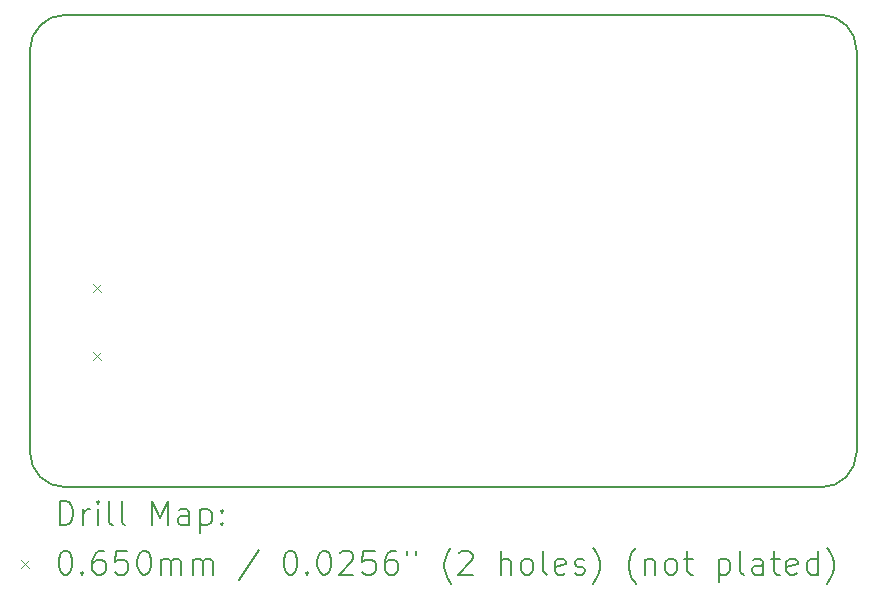
<source format=gbr>
%TF.GenerationSoftware,KiCad,Pcbnew,7.0.7*%
%TF.CreationDate,2024-01-02T18:34:23+01:00*%
%TF.ProjectId,maui feeder circuit,6d617569-2066-4656-9564-657220636972,1.0*%
%TF.SameCoordinates,Original*%
%TF.FileFunction,Drillmap*%
%TF.FilePolarity,Positive*%
%FSLAX45Y45*%
G04 Gerber Fmt 4.5, Leading zero omitted, Abs format (unit mm)*
G04 Created by KiCad (PCBNEW 7.0.7) date 2024-01-02 18:34:23*
%MOMM*%
%LPD*%
G01*
G04 APERTURE LIST*
%ADD10C,0.150000*%
%ADD11C,0.200000*%
%ADD12C,0.065000*%
G04 APERTURE END LIST*
D10*
X12700000Y-6000000D02*
G75*
G03*
X12400000Y-6300000I0J-300000D01*
G01*
X19400000Y-6300000D02*
X19400000Y-9700000D01*
X19100000Y-10000000D02*
G75*
G03*
X19400000Y-9700000I0J300000D01*
G01*
X12400000Y-9700000D02*
X12400000Y-6300000D01*
X12400000Y-9700000D02*
G75*
G03*
X12700000Y-10000000I300000J0D01*
G01*
X12700000Y-6000000D02*
X19100000Y-6000000D01*
X19400000Y-6300000D02*
G75*
G03*
X19100000Y-6000000I-300000J0D01*
G01*
X12700000Y-10000000D02*
X19100000Y-10000000D01*
D11*
D12*
X12935500Y-8278500D02*
X13000500Y-8343500D01*
X13000500Y-8278500D02*
X12935500Y-8343500D01*
X12935500Y-8856500D02*
X13000500Y-8921500D01*
X13000500Y-8856500D02*
X12935500Y-8921500D01*
D11*
X12653277Y-10318984D02*
X12653277Y-10118984D01*
X12653277Y-10118984D02*
X12700896Y-10118984D01*
X12700896Y-10118984D02*
X12729467Y-10128508D01*
X12729467Y-10128508D02*
X12748515Y-10147555D01*
X12748515Y-10147555D02*
X12758039Y-10166603D01*
X12758039Y-10166603D02*
X12767562Y-10204698D01*
X12767562Y-10204698D02*
X12767562Y-10233270D01*
X12767562Y-10233270D02*
X12758039Y-10271365D01*
X12758039Y-10271365D02*
X12748515Y-10290412D01*
X12748515Y-10290412D02*
X12729467Y-10309460D01*
X12729467Y-10309460D02*
X12700896Y-10318984D01*
X12700896Y-10318984D02*
X12653277Y-10318984D01*
X12853277Y-10318984D02*
X12853277Y-10185650D01*
X12853277Y-10223746D02*
X12862801Y-10204698D01*
X12862801Y-10204698D02*
X12872324Y-10195174D01*
X12872324Y-10195174D02*
X12891372Y-10185650D01*
X12891372Y-10185650D02*
X12910420Y-10185650D01*
X12977086Y-10318984D02*
X12977086Y-10185650D01*
X12977086Y-10118984D02*
X12967562Y-10128508D01*
X12967562Y-10128508D02*
X12977086Y-10138031D01*
X12977086Y-10138031D02*
X12986610Y-10128508D01*
X12986610Y-10128508D02*
X12977086Y-10118984D01*
X12977086Y-10118984D02*
X12977086Y-10138031D01*
X13100896Y-10318984D02*
X13081848Y-10309460D01*
X13081848Y-10309460D02*
X13072324Y-10290412D01*
X13072324Y-10290412D02*
X13072324Y-10118984D01*
X13205658Y-10318984D02*
X13186610Y-10309460D01*
X13186610Y-10309460D02*
X13177086Y-10290412D01*
X13177086Y-10290412D02*
X13177086Y-10118984D01*
X13434229Y-10318984D02*
X13434229Y-10118984D01*
X13434229Y-10118984D02*
X13500896Y-10261841D01*
X13500896Y-10261841D02*
X13567562Y-10118984D01*
X13567562Y-10118984D02*
X13567562Y-10318984D01*
X13748515Y-10318984D02*
X13748515Y-10214222D01*
X13748515Y-10214222D02*
X13738991Y-10195174D01*
X13738991Y-10195174D02*
X13719943Y-10185650D01*
X13719943Y-10185650D02*
X13681848Y-10185650D01*
X13681848Y-10185650D02*
X13662801Y-10195174D01*
X13748515Y-10309460D02*
X13729467Y-10318984D01*
X13729467Y-10318984D02*
X13681848Y-10318984D01*
X13681848Y-10318984D02*
X13662801Y-10309460D01*
X13662801Y-10309460D02*
X13653277Y-10290412D01*
X13653277Y-10290412D02*
X13653277Y-10271365D01*
X13653277Y-10271365D02*
X13662801Y-10252317D01*
X13662801Y-10252317D02*
X13681848Y-10242793D01*
X13681848Y-10242793D02*
X13729467Y-10242793D01*
X13729467Y-10242793D02*
X13748515Y-10233270D01*
X13843753Y-10185650D02*
X13843753Y-10385650D01*
X13843753Y-10195174D02*
X13862801Y-10185650D01*
X13862801Y-10185650D02*
X13900896Y-10185650D01*
X13900896Y-10185650D02*
X13919943Y-10195174D01*
X13919943Y-10195174D02*
X13929467Y-10204698D01*
X13929467Y-10204698D02*
X13938991Y-10223746D01*
X13938991Y-10223746D02*
X13938991Y-10280889D01*
X13938991Y-10280889D02*
X13929467Y-10299936D01*
X13929467Y-10299936D02*
X13919943Y-10309460D01*
X13919943Y-10309460D02*
X13900896Y-10318984D01*
X13900896Y-10318984D02*
X13862801Y-10318984D01*
X13862801Y-10318984D02*
X13843753Y-10309460D01*
X14024705Y-10299936D02*
X14034229Y-10309460D01*
X14034229Y-10309460D02*
X14024705Y-10318984D01*
X14024705Y-10318984D02*
X14015182Y-10309460D01*
X14015182Y-10309460D02*
X14024705Y-10299936D01*
X14024705Y-10299936D02*
X14024705Y-10318984D01*
X14024705Y-10195174D02*
X14034229Y-10204698D01*
X14034229Y-10204698D02*
X14024705Y-10214222D01*
X14024705Y-10214222D02*
X14015182Y-10204698D01*
X14015182Y-10204698D02*
X14024705Y-10195174D01*
X14024705Y-10195174D02*
X14024705Y-10214222D01*
D12*
X12327500Y-10615000D02*
X12392500Y-10680000D01*
X12392500Y-10615000D02*
X12327500Y-10680000D01*
D11*
X12691372Y-10538984D02*
X12710420Y-10538984D01*
X12710420Y-10538984D02*
X12729467Y-10548508D01*
X12729467Y-10548508D02*
X12738991Y-10558031D01*
X12738991Y-10558031D02*
X12748515Y-10577079D01*
X12748515Y-10577079D02*
X12758039Y-10615174D01*
X12758039Y-10615174D02*
X12758039Y-10662793D01*
X12758039Y-10662793D02*
X12748515Y-10700889D01*
X12748515Y-10700889D02*
X12738991Y-10719936D01*
X12738991Y-10719936D02*
X12729467Y-10729460D01*
X12729467Y-10729460D02*
X12710420Y-10738984D01*
X12710420Y-10738984D02*
X12691372Y-10738984D01*
X12691372Y-10738984D02*
X12672324Y-10729460D01*
X12672324Y-10729460D02*
X12662801Y-10719936D01*
X12662801Y-10719936D02*
X12653277Y-10700889D01*
X12653277Y-10700889D02*
X12643753Y-10662793D01*
X12643753Y-10662793D02*
X12643753Y-10615174D01*
X12643753Y-10615174D02*
X12653277Y-10577079D01*
X12653277Y-10577079D02*
X12662801Y-10558031D01*
X12662801Y-10558031D02*
X12672324Y-10548508D01*
X12672324Y-10548508D02*
X12691372Y-10538984D01*
X12843753Y-10719936D02*
X12853277Y-10729460D01*
X12853277Y-10729460D02*
X12843753Y-10738984D01*
X12843753Y-10738984D02*
X12834229Y-10729460D01*
X12834229Y-10729460D02*
X12843753Y-10719936D01*
X12843753Y-10719936D02*
X12843753Y-10738984D01*
X13024705Y-10538984D02*
X12986610Y-10538984D01*
X12986610Y-10538984D02*
X12967562Y-10548508D01*
X12967562Y-10548508D02*
X12958039Y-10558031D01*
X12958039Y-10558031D02*
X12938991Y-10586603D01*
X12938991Y-10586603D02*
X12929467Y-10624698D01*
X12929467Y-10624698D02*
X12929467Y-10700889D01*
X12929467Y-10700889D02*
X12938991Y-10719936D01*
X12938991Y-10719936D02*
X12948515Y-10729460D01*
X12948515Y-10729460D02*
X12967562Y-10738984D01*
X12967562Y-10738984D02*
X13005658Y-10738984D01*
X13005658Y-10738984D02*
X13024705Y-10729460D01*
X13024705Y-10729460D02*
X13034229Y-10719936D01*
X13034229Y-10719936D02*
X13043753Y-10700889D01*
X13043753Y-10700889D02*
X13043753Y-10653270D01*
X13043753Y-10653270D02*
X13034229Y-10634222D01*
X13034229Y-10634222D02*
X13024705Y-10624698D01*
X13024705Y-10624698D02*
X13005658Y-10615174D01*
X13005658Y-10615174D02*
X12967562Y-10615174D01*
X12967562Y-10615174D02*
X12948515Y-10624698D01*
X12948515Y-10624698D02*
X12938991Y-10634222D01*
X12938991Y-10634222D02*
X12929467Y-10653270D01*
X13224705Y-10538984D02*
X13129467Y-10538984D01*
X13129467Y-10538984D02*
X13119943Y-10634222D01*
X13119943Y-10634222D02*
X13129467Y-10624698D01*
X13129467Y-10624698D02*
X13148515Y-10615174D01*
X13148515Y-10615174D02*
X13196134Y-10615174D01*
X13196134Y-10615174D02*
X13215182Y-10624698D01*
X13215182Y-10624698D02*
X13224705Y-10634222D01*
X13224705Y-10634222D02*
X13234229Y-10653270D01*
X13234229Y-10653270D02*
X13234229Y-10700889D01*
X13234229Y-10700889D02*
X13224705Y-10719936D01*
X13224705Y-10719936D02*
X13215182Y-10729460D01*
X13215182Y-10729460D02*
X13196134Y-10738984D01*
X13196134Y-10738984D02*
X13148515Y-10738984D01*
X13148515Y-10738984D02*
X13129467Y-10729460D01*
X13129467Y-10729460D02*
X13119943Y-10719936D01*
X13358039Y-10538984D02*
X13377086Y-10538984D01*
X13377086Y-10538984D02*
X13396134Y-10548508D01*
X13396134Y-10548508D02*
X13405658Y-10558031D01*
X13405658Y-10558031D02*
X13415182Y-10577079D01*
X13415182Y-10577079D02*
X13424705Y-10615174D01*
X13424705Y-10615174D02*
X13424705Y-10662793D01*
X13424705Y-10662793D02*
X13415182Y-10700889D01*
X13415182Y-10700889D02*
X13405658Y-10719936D01*
X13405658Y-10719936D02*
X13396134Y-10729460D01*
X13396134Y-10729460D02*
X13377086Y-10738984D01*
X13377086Y-10738984D02*
X13358039Y-10738984D01*
X13358039Y-10738984D02*
X13338991Y-10729460D01*
X13338991Y-10729460D02*
X13329467Y-10719936D01*
X13329467Y-10719936D02*
X13319943Y-10700889D01*
X13319943Y-10700889D02*
X13310420Y-10662793D01*
X13310420Y-10662793D02*
X13310420Y-10615174D01*
X13310420Y-10615174D02*
X13319943Y-10577079D01*
X13319943Y-10577079D02*
X13329467Y-10558031D01*
X13329467Y-10558031D02*
X13338991Y-10548508D01*
X13338991Y-10548508D02*
X13358039Y-10538984D01*
X13510420Y-10738984D02*
X13510420Y-10605650D01*
X13510420Y-10624698D02*
X13519943Y-10615174D01*
X13519943Y-10615174D02*
X13538991Y-10605650D01*
X13538991Y-10605650D02*
X13567563Y-10605650D01*
X13567563Y-10605650D02*
X13586610Y-10615174D01*
X13586610Y-10615174D02*
X13596134Y-10634222D01*
X13596134Y-10634222D02*
X13596134Y-10738984D01*
X13596134Y-10634222D02*
X13605658Y-10615174D01*
X13605658Y-10615174D02*
X13624705Y-10605650D01*
X13624705Y-10605650D02*
X13653277Y-10605650D01*
X13653277Y-10605650D02*
X13672324Y-10615174D01*
X13672324Y-10615174D02*
X13681848Y-10634222D01*
X13681848Y-10634222D02*
X13681848Y-10738984D01*
X13777086Y-10738984D02*
X13777086Y-10605650D01*
X13777086Y-10624698D02*
X13786610Y-10615174D01*
X13786610Y-10615174D02*
X13805658Y-10605650D01*
X13805658Y-10605650D02*
X13834229Y-10605650D01*
X13834229Y-10605650D02*
X13853277Y-10615174D01*
X13853277Y-10615174D02*
X13862801Y-10634222D01*
X13862801Y-10634222D02*
X13862801Y-10738984D01*
X13862801Y-10634222D02*
X13872324Y-10615174D01*
X13872324Y-10615174D02*
X13891372Y-10605650D01*
X13891372Y-10605650D02*
X13919943Y-10605650D01*
X13919943Y-10605650D02*
X13938991Y-10615174D01*
X13938991Y-10615174D02*
X13948515Y-10634222D01*
X13948515Y-10634222D02*
X13948515Y-10738984D01*
X14338991Y-10529460D02*
X14167563Y-10786603D01*
X14596134Y-10538984D02*
X14615182Y-10538984D01*
X14615182Y-10538984D02*
X14634229Y-10548508D01*
X14634229Y-10548508D02*
X14643753Y-10558031D01*
X14643753Y-10558031D02*
X14653277Y-10577079D01*
X14653277Y-10577079D02*
X14662801Y-10615174D01*
X14662801Y-10615174D02*
X14662801Y-10662793D01*
X14662801Y-10662793D02*
X14653277Y-10700889D01*
X14653277Y-10700889D02*
X14643753Y-10719936D01*
X14643753Y-10719936D02*
X14634229Y-10729460D01*
X14634229Y-10729460D02*
X14615182Y-10738984D01*
X14615182Y-10738984D02*
X14596134Y-10738984D01*
X14596134Y-10738984D02*
X14577086Y-10729460D01*
X14577086Y-10729460D02*
X14567563Y-10719936D01*
X14567563Y-10719936D02*
X14558039Y-10700889D01*
X14558039Y-10700889D02*
X14548515Y-10662793D01*
X14548515Y-10662793D02*
X14548515Y-10615174D01*
X14548515Y-10615174D02*
X14558039Y-10577079D01*
X14558039Y-10577079D02*
X14567563Y-10558031D01*
X14567563Y-10558031D02*
X14577086Y-10548508D01*
X14577086Y-10548508D02*
X14596134Y-10538984D01*
X14748515Y-10719936D02*
X14758039Y-10729460D01*
X14758039Y-10729460D02*
X14748515Y-10738984D01*
X14748515Y-10738984D02*
X14738991Y-10729460D01*
X14738991Y-10729460D02*
X14748515Y-10719936D01*
X14748515Y-10719936D02*
X14748515Y-10738984D01*
X14881848Y-10538984D02*
X14900896Y-10538984D01*
X14900896Y-10538984D02*
X14919944Y-10548508D01*
X14919944Y-10548508D02*
X14929467Y-10558031D01*
X14929467Y-10558031D02*
X14938991Y-10577079D01*
X14938991Y-10577079D02*
X14948515Y-10615174D01*
X14948515Y-10615174D02*
X14948515Y-10662793D01*
X14948515Y-10662793D02*
X14938991Y-10700889D01*
X14938991Y-10700889D02*
X14929467Y-10719936D01*
X14929467Y-10719936D02*
X14919944Y-10729460D01*
X14919944Y-10729460D02*
X14900896Y-10738984D01*
X14900896Y-10738984D02*
X14881848Y-10738984D01*
X14881848Y-10738984D02*
X14862801Y-10729460D01*
X14862801Y-10729460D02*
X14853277Y-10719936D01*
X14853277Y-10719936D02*
X14843753Y-10700889D01*
X14843753Y-10700889D02*
X14834229Y-10662793D01*
X14834229Y-10662793D02*
X14834229Y-10615174D01*
X14834229Y-10615174D02*
X14843753Y-10577079D01*
X14843753Y-10577079D02*
X14853277Y-10558031D01*
X14853277Y-10558031D02*
X14862801Y-10548508D01*
X14862801Y-10548508D02*
X14881848Y-10538984D01*
X15024706Y-10558031D02*
X15034229Y-10548508D01*
X15034229Y-10548508D02*
X15053277Y-10538984D01*
X15053277Y-10538984D02*
X15100896Y-10538984D01*
X15100896Y-10538984D02*
X15119944Y-10548508D01*
X15119944Y-10548508D02*
X15129467Y-10558031D01*
X15129467Y-10558031D02*
X15138991Y-10577079D01*
X15138991Y-10577079D02*
X15138991Y-10596127D01*
X15138991Y-10596127D02*
X15129467Y-10624698D01*
X15129467Y-10624698D02*
X15015182Y-10738984D01*
X15015182Y-10738984D02*
X15138991Y-10738984D01*
X15319944Y-10538984D02*
X15224706Y-10538984D01*
X15224706Y-10538984D02*
X15215182Y-10634222D01*
X15215182Y-10634222D02*
X15224706Y-10624698D01*
X15224706Y-10624698D02*
X15243753Y-10615174D01*
X15243753Y-10615174D02*
X15291372Y-10615174D01*
X15291372Y-10615174D02*
X15310420Y-10624698D01*
X15310420Y-10624698D02*
X15319944Y-10634222D01*
X15319944Y-10634222D02*
X15329467Y-10653270D01*
X15329467Y-10653270D02*
X15329467Y-10700889D01*
X15329467Y-10700889D02*
X15319944Y-10719936D01*
X15319944Y-10719936D02*
X15310420Y-10729460D01*
X15310420Y-10729460D02*
X15291372Y-10738984D01*
X15291372Y-10738984D02*
X15243753Y-10738984D01*
X15243753Y-10738984D02*
X15224706Y-10729460D01*
X15224706Y-10729460D02*
X15215182Y-10719936D01*
X15500896Y-10538984D02*
X15462801Y-10538984D01*
X15462801Y-10538984D02*
X15443753Y-10548508D01*
X15443753Y-10548508D02*
X15434229Y-10558031D01*
X15434229Y-10558031D02*
X15415182Y-10586603D01*
X15415182Y-10586603D02*
X15405658Y-10624698D01*
X15405658Y-10624698D02*
X15405658Y-10700889D01*
X15405658Y-10700889D02*
X15415182Y-10719936D01*
X15415182Y-10719936D02*
X15424706Y-10729460D01*
X15424706Y-10729460D02*
X15443753Y-10738984D01*
X15443753Y-10738984D02*
X15481848Y-10738984D01*
X15481848Y-10738984D02*
X15500896Y-10729460D01*
X15500896Y-10729460D02*
X15510420Y-10719936D01*
X15510420Y-10719936D02*
X15519944Y-10700889D01*
X15519944Y-10700889D02*
X15519944Y-10653270D01*
X15519944Y-10653270D02*
X15510420Y-10634222D01*
X15510420Y-10634222D02*
X15500896Y-10624698D01*
X15500896Y-10624698D02*
X15481848Y-10615174D01*
X15481848Y-10615174D02*
X15443753Y-10615174D01*
X15443753Y-10615174D02*
X15424706Y-10624698D01*
X15424706Y-10624698D02*
X15415182Y-10634222D01*
X15415182Y-10634222D02*
X15405658Y-10653270D01*
X15596134Y-10538984D02*
X15596134Y-10577079D01*
X15672325Y-10538984D02*
X15672325Y-10577079D01*
X15967563Y-10815174D02*
X15958039Y-10805650D01*
X15958039Y-10805650D02*
X15938991Y-10777079D01*
X15938991Y-10777079D02*
X15929468Y-10758031D01*
X15929468Y-10758031D02*
X15919944Y-10729460D01*
X15919944Y-10729460D02*
X15910420Y-10681841D01*
X15910420Y-10681841D02*
X15910420Y-10643746D01*
X15910420Y-10643746D02*
X15919944Y-10596127D01*
X15919944Y-10596127D02*
X15929468Y-10567555D01*
X15929468Y-10567555D02*
X15938991Y-10548508D01*
X15938991Y-10548508D02*
X15958039Y-10519936D01*
X15958039Y-10519936D02*
X15967563Y-10510412D01*
X16034229Y-10558031D02*
X16043753Y-10548508D01*
X16043753Y-10548508D02*
X16062801Y-10538984D01*
X16062801Y-10538984D02*
X16110420Y-10538984D01*
X16110420Y-10538984D02*
X16129468Y-10548508D01*
X16129468Y-10548508D02*
X16138991Y-10558031D01*
X16138991Y-10558031D02*
X16148515Y-10577079D01*
X16148515Y-10577079D02*
X16148515Y-10596127D01*
X16148515Y-10596127D02*
X16138991Y-10624698D01*
X16138991Y-10624698D02*
X16024706Y-10738984D01*
X16024706Y-10738984D02*
X16148515Y-10738984D01*
X16386610Y-10738984D02*
X16386610Y-10538984D01*
X16472325Y-10738984D02*
X16472325Y-10634222D01*
X16472325Y-10634222D02*
X16462801Y-10615174D01*
X16462801Y-10615174D02*
X16443753Y-10605650D01*
X16443753Y-10605650D02*
X16415182Y-10605650D01*
X16415182Y-10605650D02*
X16396134Y-10615174D01*
X16396134Y-10615174D02*
X16386610Y-10624698D01*
X16596134Y-10738984D02*
X16577087Y-10729460D01*
X16577087Y-10729460D02*
X16567563Y-10719936D01*
X16567563Y-10719936D02*
X16558039Y-10700889D01*
X16558039Y-10700889D02*
X16558039Y-10643746D01*
X16558039Y-10643746D02*
X16567563Y-10624698D01*
X16567563Y-10624698D02*
X16577087Y-10615174D01*
X16577087Y-10615174D02*
X16596134Y-10605650D01*
X16596134Y-10605650D02*
X16624706Y-10605650D01*
X16624706Y-10605650D02*
X16643753Y-10615174D01*
X16643753Y-10615174D02*
X16653277Y-10624698D01*
X16653277Y-10624698D02*
X16662801Y-10643746D01*
X16662801Y-10643746D02*
X16662801Y-10700889D01*
X16662801Y-10700889D02*
X16653277Y-10719936D01*
X16653277Y-10719936D02*
X16643753Y-10729460D01*
X16643753Y-10729460D02*
X16624706Y-10738984D01*
X16624706Y-10738984D02*
X16596134Y-10738984D01*
X16777087Y-10738984D02*
X16758039Y-10729460D01*
X16758039Y-10729460D02*
X16748515Y-10710412D01*
X16748515Y-10710412D02*
X16748515Y-10538984D01*
X16929468Y-10729460D02*
X16910420Y-10738984D01*
X16910420Y-10738984D02*
X16872325Y-10738984D01*
X16872325Y-10738984D02*
X16853277Y-10729460D01*
X16853277Y-10729460D02*
X16843753Y-10710412D01*
X16843753Y-10710412D02*
X16843753Y-10634222D01*
X16843753Y-10634222D02*
X16853277Y-10615174D01*
X16853277Y-10615174D02*
X16872325Y-10605650D01*
X16872325Y-10605650D02*
X16910420Y-10605650D01*
X16910420Y-10605650D02*
X16929468Y-10615174D01*
X16929468Y-10615174D02*
X16938992Y-10634222D01*
X16938992Y-10634222D02*
X16938992Y-10653270D01*
X16938992Y-10653270D02*
X16843753Y-10672317D01*
X17015182Y-10729460D02*
X17034230Y-10738984D01*
X17034230Y-10738984D02*
X17072325Y-10738984D01*
X17072325Y-10738984D02*
X17091373Y-10729460D01*
X17091373Y-10729460D02*
X17100896Y-10710412D01*
X17100896Y-10710412D02*
X17100896Y-10700889D01*
X17100896Y-10700889D02*
X17091373Y-10681841D01*
X17091373Y-10681841D02*
X17072325Y-10672317D01*
X17072325Y-10672317D02*
X17043753Y-10672317D01*
X17043753Y-10672317D02*
X17024706Y-10662793D01*
X17024706Y-10662793D02*
X17015182Y-10643746D01*
X17015182Y-10643746D02*
X17015182Y-10634222D01*
X17015182Y-10634222D02*
X17024706Y-10615174D01*
X17024706Y-10615174D02*
X17043753Y-10605650D01*
X17043753Y-10605650D02*
X17072325Y-10605650D01*
X17072325Y-10605650D02*
X17091373Y-10615174D01*
X17167563Y-10815174D02*
X17177087Y-10805650D01*
X17177087Y-10805650D02*
X17196134Y-10777079D01*
X17196134Y-10777079D02*
X17205658Y-10758031D01*
X17205658Y-10758031D02*
X17215182Y-10729460D01*
X17215182Y-10729460D02*
X17224706Y-10681841D01*
X17224706Y-10681841D02*
X17224706Y-10643746D01*
X17224706Y-10643746D02*
X17215182Y-10596127D01*
X17215182Y-10596127D02*
X17205658Y-10567555D01*
X17205658Y-10567555D02*
X17196134Y-10548508D01*
X17196134Y-10548508D02*
X17177087Y-10519936D01*
X17177087Y-10519936D02*
X17167563Y-10510412D01*
X17529468Y-10815174D02*
X17519944Y-10805650D01*
X17519944Y-10805650D02*
X17500896Y-10777079D01*
X17500896Y-10777079D02*
X17491373Y-10758031D01*
X17491373Y-10758031D02*
X17481849Y-10729460D01*
X17481849Y-10729460D02*
X17472325Y-10681841D01*
X17472325Y-10681841D02*
X17472325Y-10643746D01*
X17472325Y-10643746D02*
X17481849Y-10596127D01*
X17481849Y-10596127D02*
X17491373Y-10567555D01*
X17491373Y-10567555D02*
X17500896Y-10548508D01*
X17500896Y-10548508D02*
X17519944Y-10519936D01*
X17519944Y-10519936D02*
X17529468Y-10510412D01*
X17605658Y-10605650D02*
X17605658Y-10738984D01*
X17605658Y-10624698D02*
X17615182Y-10615174D01*
X17615182Y-10615174D02*
X17634230Y-10605650D01*
X17634230Y-10605650D02*
X17662801Y-10605650D01*
X17662801Y-10605650D02*
X17681849Y-10615174D01*
X17681849Y-10615174D02*
X17691373Y-10634222D01*
X17691373Y-10634222D02*
X17691373Y-10738984D01*
X17815182Y-10738984D02*
X17796134Y-10729460D01*
X17796134Y-10729460D02*
X17786611Y-10719936D01*
X17786611Y-10719936D02*
X17777087Y-10700889D01*
X17777087Y-10700889D02*
X17777087Y-10643746D01*
X17777087Y-10643746D02*
X17786611Y-10624698D01*
X17786611Y-10624698D02*
X17796134Y-10615174D01*
X17796134Y-10615174D02*
X17815182Y-10605650D01*
X17815182Y-10605650D02*
X17843754Y-10605650D01*
X17843754Y-10605650D02*
X17862801Y-10615174D01*
X17862801Y-10615174D02*
X17872325Y-10624698D01*
X17872325Y-10624698D02*
X17881849Y-10643746D01*
X17881849Y-10643746D02*
X17881849Y-10700889D01*
X17881849Y-10700889D02*
X17872325Y-10719936D01*
X17872325Y-10719936D02*
X17862801Y-10729460D01*
X17862801Y-10729460D02*
X17843754Y-10738984D01*
X17843754Y-10738984D02*
X17815182Y-10738984D01*
X17938992Y-10605650D02*
X18015182Y-10605650D01*
X17967563Y-10538984D02*
X17967563Y-10710412D01*
X17967563Y-10710412D02*
X17977087Y-10729460D01*
X17977087Y-10729460D02*
X17996134Y-10738984D01*
X17996134Y-10738984D02*
X18015182Y-10738984D01*
X18234230Y-10605650D02*
X18234230Y-10805650D01*
X18234230Y-10615174D02*
X18253277Y-10605650D01*
X18253277Y-10605650D02*
X18291373Y-10605650D01*
X18291373Y-10605650D02*
X18310420Y-10615174D01*
X18310420Y-10615174D02*
X18319944Y-10624698D01*
X18319944Y-10624698D02*
X18329468Y-10643746D01*
X18329468Y-10643746D02*
X18329468Y-10700889D01*
X18329468Y-10700889D02*
X18319944Y-10719936D01*
X18319944Y-10719936D02*
X18310420Y-10729460D01*
X18310420Y-10729460D02*
X18291373Y-10738984D01*
X18291373Y-10738984D02*
X18253277Y-10738984D01*
X18253277Y-10738984D02*
X18234230Y-10729460D01*
X18443754Y-10738984D02*
X18424706Y-10729460D01*
X18424706Y-10729460D02*
X18415182Y-10710412D01*
X18415182Y-10710412D02*
X18415182Y-10538984D01*
X18605658Y-10738984D02*
X18605658Y-10634222D01*
X18605658Y-10634222D02*
X18596135Y-10615174D01*
X18596135Y-10615174D02*
X18577087Y-10605650D01*
X18577087Y-10605650D02*
X18538992Y-10605650D01*
X18538992Y-10605650D02*
X18519944Y-10615174D01*
X18605658Y-10729460D02*
X18586611Y-10738984D01*
X18586611Y-10738984D02*
X18538992Y-10738984D01*
X18538992Y-10738984D02*
X18519944Y-10729460D01*
X18519944Y-10729460D02*
X18510420Y-10710412D01*
X18510420Y-10710412D02*
X18510420Y-10691365D01*
X18510420Y-10691365D02*
X18519944Y-10672317D01*
X18519944Y-10672317D02*
X18538992Y-10662793D01*
X18538992Y-10662793D02*
X18586611Y-10662793D01*
X18586611Y-10662793D02*
X18605658Y-10653270D01*
X18672325Y-10605650D02*
X18748515Y-10605650D01*
X18700896Y-10538984D02*
X18700896Y-10710412D01*
X18700896Y-10710412D02*
X18710420Y-10729460D01*
X18710420Y-10729460D02*
X18729468Y-10738984D01*
X18729468Y-10738984D02*
X18748515Y-10738984D01*
X18891373Y-10729460D02*
X18872325Y-10738984D01*
X18872325Y-10738984D02*
X18834230Y-10738984D01*
X18834230Y-10738984D02*
X18815182Y-10729460D01*
X18815182Y-10729460D02*
X18805658Y-10710412D01*
X18805658Y-10710412D02*
X18805658Y-10634222D01*
X18805658Y-10634222D02*
X18815182Y-10615174D01*
X18815182Y-10615174D02*
X18834230Y-10605650D01*
X18834230Y-10605650D02*
X18872325Y-10605650D01*
X18872325Y-10605650D02*
X18891373Y-10615174D01*
X18891373Y-10615174D02*
X18900896Y-10634222D01*
X18900896Y-10634222D02*
X18900896Y-10653270D01*
X18900896Y-10653270D02*
X18805658Y-10672317D01*
X19072325Y-10738984D02*
X19072325Y-10538984D01*
X19072325Y-10729460D02*
X19053277Y-10738984D01*
X19053277Y-10738984D02*
X19015182Y-10738984D01*
X19015182Y-10738984D02*
X18996135Y-10729460D01*
X18996135Y-10729460D02*
X18986611Y-10719936D01*
X18986611Y-10719936D02*
X18977087Y-10700889D01*
X18977087Y-10700889D02*
X18977087Y-10643746D01*
X18977087Y-10643746D02*
X18986611Y-10624698D01*
X18986611Y-10624698D02*
X18996135Y-10615174D01*
X18996135Y-10615174D02*
X19015182Y-10605650D01*
X19015182Y-10605650D02*
X19053277Y-10605650D01*
X19053277Y-10605650D02*
X19072325Y-10615174D01*
X19148516Y-10815174D02*
X19158039Y-10805650D01*
X19158039Y-10805650D02*
X19177087Y-10777079D01*
X19177087Y-10777079D02*
X19186611Y-10758031D01*
X19186611Y-10758031D02*
X19196135Y-10729460D01*
X19196135Y-10729460D02*
X19205658Y-10681841D01*
X19205658Y-10681841D02*
X19205658Y-10643746D01*
X19205658Y-10643746D02*
X19196135Y-10596127D01*
X19196135Y-10596127D02*
X19186611Y-10567555D01*
X19186611Y-10567555D02*
X19177087Y-10548508D01*
X19177087Y-10548508D02*
X19158039Y-10519936D01*
X19158039Y-10519936D02*
X19148516Y-10510412D01*
M02*

</source>
